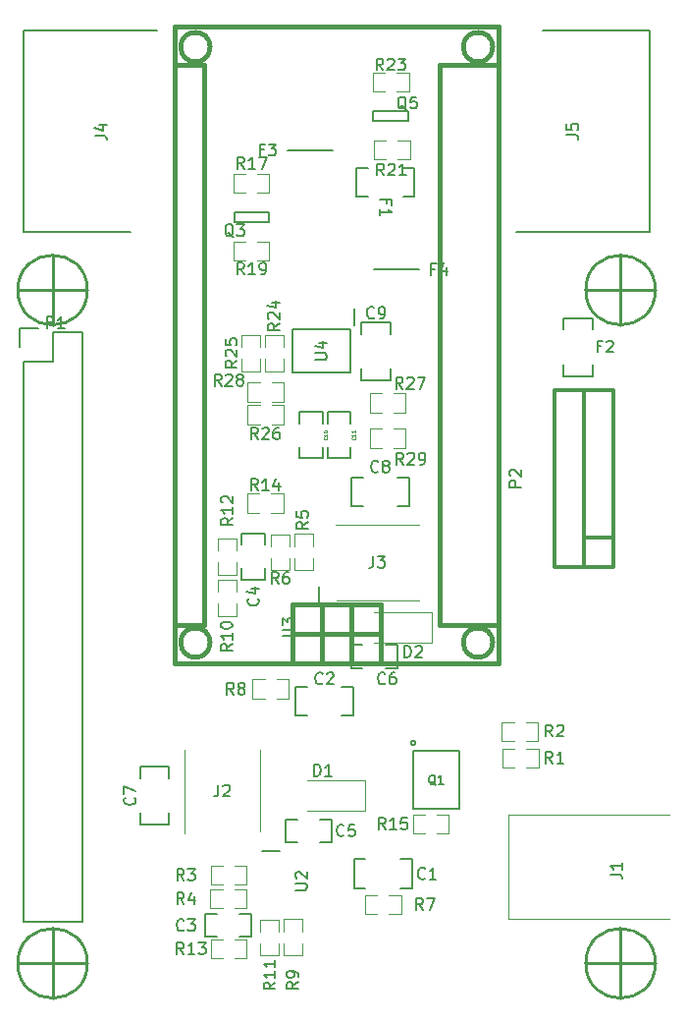
<source format=gbr>
%TF.GenerationSoftware,KiCad,Pcbnew,5.1.10-88a1d61d58~90~ubuntu20.04.1*%
%TF.CreationDate,2021-09-14T14:42:45-03:00*%
%TF.ProjectId,IAuto,49417574-6f2e-46b6-9963-61645f706362,rev?*%
%TF.SameCoordinates,Original*%
%TF.FileFunction,Legend,Top*%
%TF.FilePolarity,Positive*%
%FSLAX46Y46*%
G04 Gerber Fmt 4.6, Leading zero omitted, Abs format (unit mm)*
G04 Created by KiCad (PCBNEW 5.1.10-88a1d61d58~90~ubuntu20.04.1) date 2021-09-14 14:42:45*
%MOMM*%
%LPD*%
G01*
G04 APERTURE LIST*
%ADD10C,0.381000*%
%ADD11C,0.120000*%
%ADD12C,0.200000*%
%ADD13C,0.304800*%
%ADD14C,0.127000*%
%ADD15C,0.099060*%
%ADD16C,0.150000*%
%ADD17C,0.100000*%
%ADD18C,0.254000*%
%ADD19C,0.149860*%
%ADD20C,0.060960*%
G04 APERTURE END LIST*
D10*
%TO.C,U1*%
X145702000Y-89067000D02*
X153322000Y-89067000D01*
X145702000Y-91607000D02*
X153322000Y-91607000D01*
X145702000Y-94147000D02*
X145702000Y-89067000D01*
X153322000Y-89067000D02*
X153322000Y-94147000D01*
X148242000Y-89067000D02*
X148242000Y-94147000D01*
X150782000Y-89067000D02*
X150782000Y-94147000D01*
X135542000Y-94147000D02*
X163482000Y-94147000D01*
X163482000Y-94147000D02*
X163482000Y-39283000D01*
X163482000Y-39283000D02*
X135542000Y-39283000D01*
X135542000Y-39283000D02*
X135542000Y-94147000D01*
X138590000Y-92369000D02*
G75*
G03*
X138590000Y-92369000I-1270000J0D01*
G01*
X162974000Y-92369000D02*
G75*
G03*
X162974000Y-92369000I-1270000J0D01*
G01*
X162974000Y-41061000D02*
G75*
G03*
X162974000Y-41061000I-1270000J0D01*
G01*
X138590000Y-41061000D02*
G75*
G03*
X138590000Y-41061000I-1270000J0D01*
G01*
X135542000Y-90845000D02*
X138082000Y-90845000D01*
X138082000Y-90845000D02*
X138082000Y-42585000D01*
D11*
X138082000Y-42839000D02*
X138082000Y-42585000D01*
D10*
X138082000Y-42585000D02*
X135542000Y-42585000D01*
X163482000Y-42585000D02*
X158402000Y-42585000D01*
X158402000Y-42585000D02*
X158402000Y-90845000D01*
X158402000Y-90845000D02*
X163482000Y-90845000D01*
D12*
%TO.C,J4*%
X131700000Y-57000000D02*
X122500000Y-57000000D01*
X122500000Y-57000000D02*
X122500000Y-39600000D01*
X122500000Y-39600000D02*
X134000000Y-39600000D01*
D13*
%TO.C,P2*%
X168275000Y-85852000D02*
X168275000Y-70612000D01*
X170815000Y-83312000D02*
X173355000Y-83312000D01*
X170815000Y-85852000D02*
X170815000Y-70612000D01*
X170815000Y-70612000D02*
X173355000Y-70612000D01*
X168275000Y-70612000D02*
X170815000Y-70612000D01*
X170815000Y-70612000D02*
X170815000Y-85852000D01*
X170815000Y-85852000D02*
X168275000Y-85852000D01*
X173355000Y-85852000D02*
X170815000Y-85852000D01*
X173355000Y-70612000D02*
X173355000Y-85852000D01*
D14*
%TO.C,Q3*%
X143659600Y-56122000D02*
X140662400Y-56122000D01*
X140662400Y-56122000D02*
X140662400Y-55322000D01*
X140662400Y-55322000D02*
X143659600Y-55322000D01*
X143662400Y-55322000D02*
X143662400Y-56122000D01*
D15*
%TO.C,R17*%
X142670400Y-51975500D02*
X143686400Y-51975500D01*
X143686400Y-51975500D02*
X143686400Y-53626500D01*
X143686400Y-53626500D02*
X142670400Y-53626500D01*
X141654400Y-53626500D02*
X140574900Y-53626500D01*
X140574900Y-53626500D02*
X140574900Y-51975500D01*
X140574900Y-51975500D02*
X141654400Y-51975500D01*
%TO.C,R19*%
X142670400Y-57817500D02*
X143686400Y-57817500D01*
X143686400Y-57817500D02*
X143686400Y-59468500D01*
X143686400Y-59468500D02*
X142670400Y-59468500D01*
X141654400Y-59468500D02*
X140574900Y-59468500D01*
X140574900Y-59468500D02*
X140574900Y-57817500D01*
X140574900Y-57817500D02*
X141654400Y-57817500D01*
D11*
%TO.C,J1*%
X178200000Y-107200000D02*
X164300000Y-107200000D01*
X164300000Y-107200000D02*
X164300000Y-116200000D01*
X164300000Y-116200000D02*
X178200000Y-116200000D01*
D15*
%TO.C,R29*%
X155460700Y-75603100D02*
X154381200Y-75603100D01*
X155460700Y-73952100D02*
X155460700Y-75603100D01*
X154381200Y-73952100D02*
X155460700Y-73952100D01*
X152349200Y-73952100D02*
X153365200Y-73952100D01*
X152349200Y-75603100D02*
X152349200Y-73952100D01*
X153365200Y-75603100D02*
X152349200Y-75603100D01*
%TO.C,R28*%
X141787500Y-69974500D02*
X142867000Y-69974500D01*
X141787500Y-71625500D02*
X141787500Y-69974500D01*
X142867000Y-71625500D02*
X141787500Y-71625500D01*
X144899000Y-71625500D02*
X143883000Y-71625500D01*
X144899000Y-69974500D02*
X144899000Y-71625500D01*
X143883000Y-69974500D02*
X144899000Y-69974500D01*
%TO.C,R27*%
X155462500Y-72525500D02*
X154383000Y-72525500D01*
X155462500Y-70874500D02*
X155462500Y-72525500D01*
X154383000Y-70874500D02*
X155462500Y-70874500D01*
X152351000Y-70874500D02*
X153367000Y-70874500D01*
X152351000Y-72525500D02*
X152351000Y-70874500D01*
X153367000Y-72525500D02*
X152351000Y-72525500D01*
%TO.C,R26*%
X141787500Y-71924500D02*
X142867000Y-71924500D01*
X141787500Y-73575500D02*
X141787500Y-71924500D01*
X142867000Y-73575500D02*
X141787500Y-73575500D01*
X144899000Y-73575500D02*
X143883000Y-73575500D01*
X144899000Y-71924500D02*
X144899000Y-73575500D01*
X143883000Y-71924500D02*
X144899000Y-71924500D01*
D16*
%TO.C,C8*%
X151754000Y-78113000D02*
X150754000Y-78113000D01*
X151754000Y-80613000D02*
X150754000Y-80613000D01*
X154754000Y-80613000D02*
X155754000Y-80613000D01*
X154754000Y-78113000D02*
X155754000Y-78113000D01*
D14*
X155754000Y-80613000D02*
X155754000Y-78113000D01*
X150754000Y-78113000D02*
X150754000Y-80613000D01*
D16*
%TO.C,C7*%
X132531800Y-107062400D02*
X132531800Y-108062400D01*
X135031800Y-107062400D02*
X135031800Y-108062400D01*
X135031800Y-104062400D02*
X135031800Y-103062400D01*
X132531800Y-104062400D02*
X132531800Y-103062400D01*
D14*
X135031800Y-103062400D02*
X132531800Y-103062400D01*
X132531800Y-108062400D02*
X135031800Y-108062400D01*
D16*
%TO.C,C2*%
X149928000Y-98647000D02*
X150928000Y-98647000D01*
X149928000Y-96147000D02*
X150928000Y-96147000D01*
X146928000Y-96147000D02*
X145928000Y-96147000D01*
X146928000Y-98647000D02*
X145928000Y-98647000D01*
D14*
X145928000Y-96147000D02*
X145928000Y-98647000D01*
X150928000Y-98647000D02*
X150928000Y-96147000D01*
D16*
%TO.C,C1*%
X154994000Y-113535000D02*
X155994000Y-113535000D01*
X154994000Y-111035000D02*
X155994000Y-111035000D01*
X151994000Y-111035000D02*
X150994000Y-111035000D01*
X151994000Y-113535000D02*
X150994000Y-113535000D01*
D14*
X150994000Y-111035000D02*
X150994000Y-113535000D01*
X155994000Y-113535000D02*
X155994000Y-111035000D01*
D12*
%TO.C,J5*%
X167300000Y-39600000D02*
X176500000Y-39600000D01*
X176500000Y-39600000D02*
X176500000Y-57000000D01*
X176500000Y-57000000D02*
X165000000Y-57000000D01*
%TO.C,U4*%
X145700000Y-65406000D02*
X150700000Y-65406000D01*
X150700000Y-65406000D02*
X150700000Y-69106000D01*
X145700000Y-69106000D02*
X145700000Y-65406000D01*
X151050000Y-63581000D02*
X151050000Y-65056000D01*
X150700000Y-69106000D02*
X145700000Y-69106000D01*
D17*
%TO.C,J3*%
X156600000Y-82209000D02*
X149400000Y-82209000D01*
X156600000Y-88709000D02*
X149500000Y-88709000D01*
%TO.C,J2*%
X136375600Y-101573000D02*
X136375600Y-108773000D01*
X142875600Y-101573000D02*
X142875600Y-108673000D01*
D12*
%TO.C,U3*%
X148010400Y-87572000D02*
X148010400Y-89097000D01*
%TO.C,U2*%
X143034000Y-110315000D02*
X144559000Y-110315000D01*
D16*
%TO.C,P1*%
X122180000Y-65320000D02*
X122180000Y-66870000D01*
X125000000Y-68140000D02*
X122460000Y-68140000D01*
X125000000Y-65600000D02*
X125000000Y-68140000D01*
X123730000Y-65320000D02*
X122180000Y-65320000D01*
X127540000Y-65600000D02*
X125000000Y-65600000D01*
X127540000Y-116400000D02*
X122460000Y-116400000D01*
X122460000Y-68140000D02*
X122460000Y-116400000D01*
X127540000Y-116400000D02*
X127540000Y-65600000D01*
D18*
%TO.C,J9*%
X177000000Y-120000000D02*
G75*
G03*
X177000000Y-120000000I-3000000J0D01*
G01*
X171000000Y-120000000D02*
X177000000Y-120000000D01*
X174000000Y-117000000D02*
X174000000Y-123000000D01*
%TO.C,J8*%
X128000000Y-120000000D02*
G75*
G03*
X128000000Y-120000000I-3000000J0D01*
G01*
X122000000Y-120000000D02*
X128000000Y-120000000D01*
X125000000Y-117000000D02*
X125000000Y-123000000D01*
%TO.C,J7*%
X128000000Y-62000000D02*
G75*
G03*
X128000000Y-62000000I-3000000J0D01*
G01*
X122000000Y-62000000D02*
X128000000Y-62000000D01*
X125000000Y-59000000D02*
X125000000Y-65000000D01*
%TO.C,J6*%
X177000000Y-62000000D02*
G75*
G03*
X177000000Y-62000000I-3000000J0D01*
G01*
X171000000Y-62000000D02*
X177000000Y-62000000D01*
X174000000Y-59000000D02*
X174000000Y-65000000D01*
D15*
%TO.C,R25*%
X141278500Y-66875000D02*
X141278500Y-65859000D01*
X141278500Y-65859000D02*
X142929500Y-65859000D01*
X142929500Y-65859000D02*
X142929500Y-66875000D01*
X142929500Y-67891000D02*
X142929500Y-68970500D01*
X142929500Y-68970500D02*
X141278500Y-68970500D01*
X141278500Y-68970500D02*
X141278500Y-67891000D01*
%TO.C,R24*%
X143310500Y-66875000D02*
X143310500Y-65859000D01*
X143310500Y-65859000D02*
X144961500Y-65859000D01*
X144961500Y-65859000D02*
X144961500Y-66875000D01*
X144961500Y-67891000D02*
X144961500Y-68970500D01*
X144961500Y-68970500D02*
X143310500Y-68970500D01*
X143310500Y-68970500D02*
X143310500Y-67891000D01*
%TO.C,R23*%
X153654000Y-44917500D02*
X152638000Y-44917500D01*
X152638000Y-44917500D02*
X152638000Y-43266500D01*
X152638000Y-43266500D02*
X153654000Y-43266500D01*
X154670000Y-43266500D02*
X155749500Y-43266500D01*
X155749500Y-43266500D02*
X155749500Y-44917500D01*
X155749500Y-44917500D02*
X154670000Y-44917500D01*
%TO.C,R21*%
X153717500Y-50759500D02*
X152701500Y-50759500D01*
X152701500Y-50759500D02*
X152701500Y-49108500D01*
X152701500Y-49108500D02*
X153717500Y-49108500D01*
X154733500Y-49108500D02*
X155813000Y-49108500D01*
X155813000Y-49108500D02*
X155813000Y-50759500D01*
X155813000Y-50759500D02*
X154733500Y-50759500D01*
%TO.C,R15*%
X157092000Y-108825500D02*
X156076000Y-108825500D01*
X156076000Y-108825500D02*
X156076000Y-107174500D01*
X156076000Y-107174500D02*
X157092000Y-107174500D01*
X158108000Y-107174500D02*
X159187500Y-107174500D01*
X159187500Y-107174500D02*
X159187500Y-108825500D01*
X159187500Y-108825500D02*
X158108000Y-108825500D01*
%TO.C,R14*%
X142842000Y-81175500D02*
X141826000Y-81175500D01*
X141826000Y-81175500D02*
X141826000Y-79524500D01*
X141826000Y-79524500D02*
X142842000Y-79524500D01*
X143858000Y-79524500D02*
X144937500Y-79524500D01*
X144937500Y-79524500D02*
X144937500Y-81175500D01*
X144937500Y-81175500D02*
X143858000Y-81175500D01*
%TO.C,R13*%
X139651000Y-119587500D02*
X138635000Y-119587500D01*
X138635000Y-119587500D02*
X138635000Y-117936500D01*
X138635000Y-117936500D02*
X139651000Y-117936500D01*
X140667000Y-117936500D02*
X141746500Y-117936500D01*
X141746500Y-117936500D02*
X141746500Y-119587500D01*
X141746500Y-119587500D02*
X140667000Y-119587500D01*
%TO.C,R12*%
X139220500Y-84443000D02*
X139220500Y-83427000D01*
X139220500Y-83427000D02*
X140871500Y-83427000D01*
X140871500Y-83427000D02*
X140871500Y-84443000D01*
X140871500Y-85459000D02*
X140871500Y-86538500D01*
X140871500Y-86538500D02*
X139220500Y-86538500D01*
X139220500Y-86538500D02*
X139220500Y-85459000D01*
%TO.C,R11*%
X146572500Y-118254000D02*
X146572500Y-119270000D01*
X146572500Y-119270000D02*
X144921500Y-119270000D01*
X144921500Y-119270000D02*
X144921500Y-118254000D01*
X144921500Y-117238000D02*
X144921500Y-116158500D01*
X144921500Y-116158500D02*
X146572500Y-116158500D01*
X146572500Y-116158500D02*
X146572500Y-117238000D01*
%TO.C,R10*%
X139220500Y-87999000D02*
X139220500Y-86983000D01*
X139220500Y-86983000D02*
X140871500Y-86983000D01*
X140871500Y-86983000D02*
X140871500Y-87999000D01*
X140871500Y-89015000D02*
X140871500Y-90094500D01*
X140871500Y-90094500D02*
X139220500Y-90094500D01*
X139220500Y-90094500D02*
X139220500Y-89015000D01*
%TO.C,R9*%
X142889500Y-117238000D02*
X142889500Y-116222000D01*
X142889500Y-116222000D02*
X144540500Y-116222000D01*
X144540500Y-116222000D02*
X144540500Y-117238000D01*
X144540500Y-118254000D02*
X144540500Y-119333500D01*
X144540500Y-119333500D02*
X142889500Y-119333500D01*
X142889500Y-119333500D02*
X142889500Y-118254000D01*
%TO.C,R8*%
X144310100Y-95542100D02*
X145326100Y-95542100D01*
X145326100Y-95542100D02*
X145326100Y-97193100D01*
X145326100Y-97193100D02*
X144310100Y-97193100D01*
X143294100Y-97193100D02*
X142214600Y-97193100D01*
X142214600Y-97193100D02*
X142214600Y-95542100D01*
X142214600Y-95542100D02*
X143294100Y-95542100D01*
%TO.C,R7*%
X152986000Y-115777500D02*
X151970000Y-115777500D01*
X151970000Y-115777500D02*
X151970000Y-114126500D01*
X151970000Y-114126500D02*
X152986000Y-114126500D01*
X154002000Y-114126500D02*
X155081500Y-114126500D01*
X155081500Y-114126500D02*
X155081500Y-115777500D01*
X155081500Y-115777500D02*
X154002000Y-115777500D01*
%TO.C,R6*%
X147475500Y-85059000D02*
X147475500Y-86075000D01*
X147475500Y-86075000D02*
X145824500Y-86075000D01*
X145824500Y-86075000D02*
X145824500Y-85059000D01*
X145824500Y-84043000D02*
X145824500Y-82963500D01*
X145824500Y-82963500D02*
X147475500Y-82963500D01*
X147475500Y-82963500D02*
X147475500Y-84043000D01*
%TO.C,R5*%
X143792500Y-84043000D02*
X143792500Y-83027000D01*
X143792500Y-83027000D02*
X145443500Y-83027000D01*
X145443500Y-83027000D02*
X145443500Y-84043000D01*
X145443500Y-85059000D02*
X145443500Y-86138500D01*
X145443500Y-86138500D02*
X143792500Y-86138500D01*
X143792500Y-86138500D02*
X143792500Y-85059000D01*
%TO.C,R4*%
X140667000Y-113618500D02*
X141683000Y-113618500D01*
X141683000Y-113618500D02*
X141683000Y-115269500D01*
X141683000Y-115269500D02*
X140667000Y-115269500D01*
X139651000Y-115269500D02*
X138571500Y-115269500D01*
X138571500Y-115269500D02*
X138571500Y-113618500D01*
X138571500Y-113618500D02*
X139651000Y-113618500D01*
%TO.C,R3*%
X139651000Y-113237500D02*
X138635000Y-113237500D01*
X138635000Y-113237500D02*
X138635000Y-111586500D01*
X138635000Y-111586500D02*
X139651000Y-111586500D01*
X140667000Y-111586500D02*
X141746500Y-111586500D01*
X141746500Y-111586500D02*
X141746500Y-113237500D01*
X141746500Y-113237500D02*
X140667000Y-113237500D01*
%TO.C,R2*%
X165849000Y-99203500D02*
X166865000Y-99203500D01*
X166865000Y-99203500D02*
X166865000Y-100854500D01*
X166865000Y-100854500D02*
X165849000Y-100854500D01*
X164833000Y-100854500D02*
X163753500Y-100854500D01*
X163753500Y-100854500D02*
X163753500Y-99203500D01*
X163753500Y-99203500D02*
X164833000Y-99203500D01*
%TO.C,R1*%
X164833000Y-103140500D02*
X163817000Y-103140500D01*
X163817000Y-103140500D02*
X163817000Y-101489500D01*
X163817000Y-101489500D02*
X164833000Y-101489500D01*
X165849000Y-101489500D02*
X166928500Y-101489500D01*
X166928500Y-101489500D02*
X166928500Y-103140500D01*
X166928500Y-103140500D02*
X165849000Y-103140500D01*
D14*
%TO.C,Q5*%
X152664800Y-46613000D02*
X155662000Y-46613000D01*
X155662000Y-46613000D02*
X155662000Y-47413000D01*
X155662000Y-47413000D02*
X152664800Y-47413000D01*
X152662000Y-47413000D02*
X152662000Y-46613000D01*
D16*
%TO.C,Q1*%
X156300000Y-101010000D02*
G75*
G03*
X156300000Y-101010000I-200000J0D01*
G01*
X160100000Y-106710000D02*
X160100000Y-101710000D01*
X156100000Y-101710000D02*
X156100000Y-106710000D01*
X160100000Y-106710000D02*
X156100000Y-106710000D01*
X160100000Y-101710000D02*
X156100000Y-101710000D01*
D12*
%TO.C,F4*%
X152754000Y-60223400D02*
X156618000Y-60223400D01*
%TO.C,F3*%
X145261000Y-49936400D02*
X149125000Y-49936400D01*
D16*
%TO.C,F2*%
X169100000Y-65397000D02*
X169100000Y-64397000D01*
X171600000Y-65397000D02*
X171600000Y-64397000D01*
X171600000Y-64397000D02*
X169100000Y-64397000D01*
X169100000Y-69397000D02*
X171600000Y-69397000D01*
X171600000Y-69397000D02*
X171600000Y-68397000D01*
X169100000Y-68397000D02*
X169100000Y-69397000D01*
%TO.C,F1*%
X155220800Y-51455000D02*
X156220800Y-51455000D01*
X155220800Y-53955000D02*
X156220800Y-53955000D01*
X156220800Y-53955000D02*
X156220800Y-51455000D01*
X151220800Y-51455000D02*
X151220800Y-53955000D01*
X151220800Y-53955000D02*
X152220800Y-53955000D01*
X152220800Y-51455000D02*
X151220800Y-51455000D01*
D11*
%TO.C,D2*%
X157716000Y-92347000D02*
X152716000Y-92347000D01*
X152716000Y-89747000D02*
X157716000Y-89747000D01*
X157716000Y-89747000D02*
X157716000Y-92347000D01*
%TO.C,D1*%
X151987000Y-106854000D02*
X146987000Y-106854000D01*
X146987000Y-104254000D02*
X151987000Y-104254000D01*
X151987000Y-104254000D02*
X151987000Y-106854000D01*
D16*
%TO.C,C11*%
X148724000Y-72495000D02*
X148724000Y-73495000D01*
X150724000Y-72495000D02*
X148724000Y-72495000D01*
X150724000Y-73495000D02*
X150724000Y-72495000D01*
D14*
X150724000Y-75495000D02*
X150724000Y-76495000D01*
X150724000Y-76495000D02*
X148724000Y-76495000D01*
X148724000Y-76495000D02*
X148724000Y-75495000D01*
D16*
%TO.C,C10*%
X146311000Y-72495000D02*
X146311000Y-73495000D01*
X148311000Y-72495000D02*
X146311000Y-72495000D01*
X148311000Y-73495000D02*
X148311000Y-72495000D01*
D14*
X148311000Y-75495000D02*
X148311000Y-76495000D01*
X148311000Y-76495000D02*
X146311000Y-76495000D01*
X146311000Y-76495000D02*
X146311000Y-75495000D01*
D16*
%TO.C,C9*%
X154149000Y-65756000D02*
X154149000Y-64756000D01*
X151649000Y-65756000D02*
X151649000Y-64756000D01*
X151649000Y-68756000D02*
X151649000Y-69756000D01*
X154149000Y-68756000D02*
X154149000Y-69756000D01*
D14*
X151649000Y-69756000D02*
X154149000Y-69756000D01*
X154149000Y-64756000D02*
X151649000Y-64756000D01*
D16*
%TO.C,C6*%
X154746000Y-92587000D02*
X153746000Y-92587000D01*
X154746000Y-94587000D02*
X154746000Y-92587000D01*
X153746000Y-94587000D02*
X154746000Y-94587000D01*
D14*
X151746000Y-94587000D02*
X150746000Y-94587000D01*
X150746000Y-94587000D02*
X150746000Y-92587000D01*
X150746000Y-92587000D02*
X151746000Y-92587000D01*
D16*
%TO.C,C5*%
X145080500Y-109602000D02*
X146080500Y-109602000D01*
X145080500Y-107602000D02*
X145080500Y-109602000D01*
X146080500Y-107602000D02*
X145080500Y-107602000D01*
D14*
X148080500Y-107602000D02*
X149080500Y-107602000D01*
X149080500Y-107602000D02*
X149080500Y-109602000D01*
X149080500Y-109602000D02*
X148080500Y-109602000D01*
D16*
%TO.C,C4*%
X143332000Y-86951000D02*
X143332000Y-85951000D01*
X141332000Y-86951000D02*
X143332000Y-86951000D01*
X141332000Y-85951000D02*
X141332000Y-86951000D01*
D14*
X141332000Y-83951000D02*
X141332000Y-82951000D01*
X141332000Y-82951000D02*
X143332000Y-82951000D01*
X143332000Y-82951000D02*
X143332000Y-83951000D01*
D16*
%TO.C,C3*%
X142159000Y-115730000D02*
X141159000Y-115730000D01*
X142159000Y-117730000D02*
X142159000Y-115730000D01*
X141159000Y-117730000D02*
X142159000Y-117730000D01*
D14*
X139159000Y-117730000D02*
X138159000Y-117730000D01*
X138159000Y-117730000D02*
X138159000Y-115730000D01*
X138159000Y-115730000D02*
X139159000Y-115730000D01*
%TO.C,J4*%
D16*
X128652380Y-48683333D02*
X129366666Y-48683333D01*
X129509523Y-48730952D01*
X129604761Y-48826190D01*
X129652380Y-48969047D01*
X129652380Y-49064285D01*
X128985714Y-47778571D02*
X129652380Y-47778571D01*
X128604761Y-48016666D02*
X129319047Y-48254761D01*
X129319047Y-47635714D01*
%TO.C,P2*%
X165417380Y-78970095D02*
X164417380Y-78970095D01*
X164417380Y-78589142D01*
X164465000Y-78493904D01*
X164512619Y-78446285D01*
X164607857Y-78398666D01*
X164750714Y-78398666D01*
X164845952Y-78446285D01*
X164893571Y-78493904D01*
X164941190Y-78589142D01*
X164941190Y-78970095D01*
X164512619Y-78017714D02*
X164465000Y-77970095D01*
X164417380Y-77874857D01*
X164417380Y-77636761D01*
X164465000Y-77541523D01*
X164512619Y-77493904D01*
X164607857Y-77446285D01*
X164703095Y-77446285D01*
X164845952Y-77493904D01*
X165417380Y-78065333D01*
X165417380Y-77446285D01*
%TO.C,Q3*%
X140612161Y-57433619D02*
X140516923Y-57386000D01*
X140421685Y-57290761D01*
X140278828Y-57147904D01*
X140183590Y-57100285D01*
X140088352Y-57100285D01*
X140135971Y-57338380D02*
X140040733Y-57290761D01*
X139945495Y-57195523D01*
X139897876Y-57005047D01*
X139897876Y-56671714D01*
X139945495Y-56481238D01*
X140040733Y-56386000D01*
X140135971Y-56338380D01*
X140326447Y-56338380D01*
X140421685Y-56386000D01*
X140516923Y-56481238D01*
X140564542Y-56671714D01*
X140564542Y-57005047D01*
X140516923Y-57195523D01*
X140421685Y-57290761D01*
X140326447Y-57338380D01*
X140135971Y-57338380D01*
X140897876Y-56338380D02*
X141516923Y-56338380D01*
X141183590Y-56719333D01*
X141326447Y-56719333D01*
X141421685Y-56766952D01*
X141469304Y-56814571D01*
X141516923Y-56909809D01*
X141516923Y-57147904D01*
X141469304Y-57243142D01*
X141421685Y-57290761D01*
X141326447Y-57338380D01*
X141040733Y-57338380D01*
X140945495Y-57290761D01*
X140897876Y-57243142D01*
%TO.C,R17*%
X141514542Y-51538380D02*
X141181209Y-51062190D01*
X140943114Y-51538380D02*
X140943114Y-50538380D01*
X141324066Y-50538380D01*
X141419304Y-50586000D01*
X141466923Y-50633619D01*
X141514542Y-50728857D01*
X141514542Y-50871714D01*
X141466923Y-50966952D01*
X141419304Y-51014571D01*
X141324066Y-51062190D01*
X140943114Y-51062190D01*
X142466923Y-51538380D02*
X141895495Y-51538380D01*
X142181209Y-51538380D02*
X142181209Y-50538380D01*
X142085971Y-50681238D01*
X141990733Y-50776476D01*
X141895495Y-50824095D01*
X142800257Y-50538380D02*
X143466923Y-50538380D01*
X143038352Y-51538380D01*
%TO.C,R19*%
X141519542Y-60638380D02*
X141186209Y-60162190D01*
X140948114Y-60638380D02*
X140948114Y-59638380D01*
X141329066Y-59638380D01*
X141424304Y-59686000D01*
X141471923Y-59733619D01*
X141519542Y-59828857D01*
X141519542Y-59971714D01*
X141471923Y-60066952D01*
X141424304Y-60114571D01*
X141329066Y-60162190D01*
X140948114Y-60162190D01*
X142471923Y-60638380D02*
X141900495Y-60638380D01*
X142186209Y-60638380D02*
X142186209Y-59638380D01*
X142090971Y-59781238D01*
X141995733Y-59876476D01*
X141900495Y-59924095D01*
X142948114Y-60638380D02*
X143138590Y-60638380D01*
X143233828Y-60590761D01*
X143281447Y-60543142D01*
X143376685Y-60400285D01*
X143424304Y-60209809D01*
X143424304Y-59828857D01*
X143376685Y-59733619D01*
X143329066Y-59686000D01*
X143233828Y-59638380D01*
X143043352Y-59638380D01*
X142948114Y-59686000D01*
X142900495Y-59733619D01*
X142852876Y-59828857D01*
X142852876Y-60066952D01*
X142900495Y-60162190D01*
X142948114Y-60209809D01*
X143043352Y-60257428D01*
X143233828Y-60257428D01*
X143329066Y-60209809D01*
X143376685Y-60162190D01*
X143424304Y-60066952D01*
%TO.C,J1*%
X173102380Y-112333333D02*
X173816666Y-112333333D01*
X173959523Y-112380952D01*
X174054761Y-112476190D01*
X174102380Y-112619047D01*
X174102380Y-112714285D01*
X174102380Y-111333333D02*
X174102380Y-111904761D01*
X174102380Y-111619047D02*
X173102380Y-111619047D01*
X173245238Y-111714285D01*
X173340476Y-111809523D01*
X173388095Y-111904761D01*
%TO.C,R29*%
X155255342Y-77029980D02*
X154922009Y-76553790D01*
X154683914Y-77029980D02*
X154683914Y-76029980D01*
X155064866Y-76029980D01*
X155160104Y-76077600D01*
X155207723Y-76125219D01*
X155255342Y-76220457D01*
X155255342Y-76363314D01*
X155207723Y-76458552D01*
X155160104Y-76506171D01*
X155064866Y-76553790D01*
X154683914Y-76553790D01*
X155636295Y-76125219D02*
X155683914Y-76077600D01*
X155779152Y-76029980D01*
X156017247Y-76029980D01*
X156112485Y-76077600D01*
X156160104Y-76125219D01*
X156207723Y-76220457D01*
X156207723Y-76315695D01*
X156160104Y-76458552D01*
X155588676Y-77029980D01*
X156207723Y-77029980D01*
X156683914Y-77029980D02*
X156874390Y-77029980D01*
X156969628Y-76982361D01*
X157017247Y-76934742D01*
X157112485Y-76791885D01*
X157160104Y-76601409D01*
X157160104Y-76220457D01*
X157112485Y-76125219D01*
X157064866Y-76077600D01*
X156969628Y-76029980D01*
X156779152Y-76029980D01*
X156683914Y-76077600D01*
X156636295Y-76125219D01*
X156588676Y-76220457D01*
X156588676Y-76458552D01*
X156636295Y-76553790D01*
X156683914Y-76601409D01*
X156779152Y-76649028D01*
X156969628Y-76649028D01*
X157064866Y-76601409D01*
X157112485Y-76553790D01*
X157160104Y-76458552D01*
%TO.C,R28*%
X139557142Y-70252380D02*
X139223809Y-69776190D01*
X138985714Y-70252380D02*
X138985714Y-69252380D01*
X139366666Y-69252380D01*
X139461904Y-69300000D01*
X139509523Y-69347619D01*
X139557142Y-69442857D01*
X139557142Y-69585714D01*
X139509523Y-69680952D01*
X139461904Y-69728571D01*
X139366666Y-69776190D01*
X138985714Y-69776190D01*
X139938095Y-69347619D02*
X139985714Y-69300000D01*
X140080952Y-69252380D01*
X140319047Y-69252380D01*
X140414285Y-69300000D01*
X140461904Y-69347619D01*
X140509523Y-69442857D01*
X140509523Y-69538095D01*
X140461904Y-69680952D01*
X139890476Y-70252380D01*
X140509523Y-70252380D01*
X141080952Y-69680952D02*
X140985714Y-69633333D01*
X140938095Y-69585714D01*
X140890476Y-69490476D01*
X140890476Y-69442857D01*
X140938095Y-69347619D01*
X140985714Y-69300000D01*
X141080952Y-69252380D01*
X141271428Y-69252380D01*
X141366666Y-69300000D01*
X141414285Y-69347619D01*
X141461904Y-69442857D01*
X141461904Y-69490476D01*
X141414285Y-69585714D01*
X141366666Y-69633333D01*
X141271428Y-69680952D01*
X141080952Y-69680952D01*
X140985714Y-69728571D01*
X140938095Y-69776190D01*
X140890476Y-69871428D01*
X140890476Y-70061904D01*
X140938095Y-70157142D01*
X140985714Y-70204761D01*
X141080952Y-70252380D01*
X141271428Y-70252380D01*
X141366666Y-70204761D01*
X141414285Y-70157142D01*
X141461904Y-70061904D01*
X141461904Y-69871428D01*
X141414285Y-69776190D01*
X141366666Y-69728571D01*
X141271428Y-69680952D01*
%TO.C,R27*%
X155207142Y-70502380D02*
X154873809Y-70026190D01*
X154635714Y-70502380D02*
X154635714Y-69502380D01*
X155016666Y-69502380D01*
X155111904Y-69550000D01*
X155159523Y-69597619D01*
X155207142Y-69692857D01*
X155207142Y-69835714D01*
X155159523Y-69930952D01*
X155111904Y-69978571D01*
X155016666Y-70026190D01*
X154635714Y-70026190D01*
X155588095Y-69597619D02*
X155635714Y-69550000D01*
X155730952Y-69502380D01*
X155969047Y-69502380D01*
X156064285Y-69550000D01*
X156111904Y-69597619D01*
X156159523Y-69692857D01*
X156159523Y-69788095D01*
X156111904Y-69930952D01*
X155540476Y-70502380D01*
X156159523Y-70502380D01*
X156492857Y-69502380D02*
X157159523Y-69502380D01*
X156730952Y-70502380D01*
%TO.C,R26*%
X142707142Y-74852380D02*
X142373809Y-74376190D01*
X142135714Y-74852380D02*
X142135714Y-73852380D01*
X142516666Y-73852380D01*
X142611904Y-73900000D01*
X142659523Y-73947619D01*
X142707142Y-74042857D01*
X142707142Y-74185714D01*
X142659523Y-74280952D01*
X142611904Y-74328571D01*
X142516666Y-74376190D01*
X142135714Y-74376190D01*
X143088095Y-73947619D02*
X143135714Y-73900000D01*
X143230952Y-73852380D01*
X143469047Y-73852380D01*
X143564285Y-73900000D01*
X143611904Y-73947619D01*
X143659523Y-74042857D01*
X143659523Y-74138095D01*
X143611904Y-74280952D01*
X143040476Y-74852380D01*
X143659523Y-74852380D01*
X144516666Y-73852380D02*
X144326190Y-73852380D01*
X144230952Y-73900000D01*
X144183333Y-73947619D01*
X144088095Y-74090476D01*
X144040476Y-74280952D01*
X144040476Y-74661904D01*
X144088095Y-74757142D01*
X144135714Y-74804761D01*
X144230952Y-74852380D01*
X144421428Y-74852380D01*
X144516666Y-74804761D01*
X144564285Y-74757142D01*
X144611904Y-74661904D01*
X144611904Y-74423809D01*
X144564285Y-74328571D01*
X144516666Y-74280952D01*
X144421428Y-74233333D01*
X144230952Y-74233333D01*
X144135714Y-74280952D01*
X144088095Y-74328571D01*
X144040476Y-74423809D01*
%TO.C,C8*%
X153083333Y-77607142D02*
X153035714Y-77654761D01*
X152892857Y-77702380D01*
X152797619Y-77702380D01*
X152654761Y-77654761D01*
X152559523Y-77559523D01*
X152511904Y-77464285D01*
X152464285Y-77273809D01*
X152464285Y-77130952D01*
X152511904Y-76940476D01*
X152559523Y-76845238D01*
X152654761Y-76750000D01*
X152797619Y-76702380D01*
X152892857Y-76702380D01*
X153035714Y-76750000D01*
X153083333Y-76797619D01*
X153654761Y-77130952D02*
X153559523Y-77083333D01*
X153511904Y-77035714D01*
X153464285Y-76940476D01*
X153464285Y-76892857D01*
X153511904Y-76797619D01*
X153559523Y-76750000D01*
X153654761Y-76702380D01*
X153845238Y-76702380D01*
X153940476Y-76750000D01*
X153988095Y-76797619D01*
X154035714Y-76892857D01*
X154035714Y-76940476D01*
X153988095Y-77035714D01*
X153940476Y-77083333D01*
X153845238Y-77130952D01*
X153654761Y-77130952D01*
X153559523Y-77178571D01*
X153511904Y-77226190D01*
X153464285Y-77321428D01*
X153464285Y-77511904D01*
X153511904Y-77607142D01*
X153559523Y-77654761D01*
X153654761Y-77702380D01*
X153845238Y-77702380D01*
X153940476Y-77654761D01*
X153988095Y-77607142D01*
X154035714Y-77511904D01*
X154035714Y-77321428D01*
X153988095Y-77226190D01*
X153940476Y-77178571D01*
X153845238Y-77130952D01*
%TO.C,C7*%
X132071942Y-105717066D02*
X132119561Y-105764685D01*
X132167180Y-105907542D01*
X132167180Y-106002780D01*
X132119561Y-106145638D01*
X132024323Y-106240876D01*
X131929085Y-106288495D01*
X131738609Y-106336114D01*
X131595752Y-106336114D01*
X131405276Y-106288495D01*
X131310038Y-106240876D01*
X131214800Y-106145638D01*
X131167180Y-106002780D01*
X131167180Y-105907542D01*
X131214800Y-105764685D01*
X131262419Y-105717066D01*
X131167180Y-105383733D02*
X131167180Y-104717066D01*
X132167180Y-105145638D01*
%TO.C,C2*%
X148283333Y-95857142D02*
X148235714Y-95904761D01*
X148092857Y-95952380D01*
X147997619Y-95952380D01*
X147854761Y-95904761D01*
X147759523Y-95809523D01*
X147711904Y-95714285D01*
X147664285Y-95523809D01*
X147664285Y-95380952D01*
X147711904Y-95190476D01*
X147759523Y-95095238D01*
X147854761Y-95000000D01*
X147997619Y-94952380D01*
X148092857Y-94952380D01*
X148235714Y-95000000D01*
X148283333Y-95047619D01*
X148664285Y-95047619D02*
X148711904Y-95000000D01*
X148807142Y-94952380D01*
X149045238Y-94952380D01*
X149140476Y-95000000D01*
X149188095Y-95047619D01*
X149235714Y-95142857D01*
X149235714Y-95238095D01*
X149188095Y-95380952D01*
X148616666Y-95952380D01*
X149235714Y-95952380D01*
%TO.C,C1*%
X157133333Y-112657142D02*
X157085714Y-112704761D01*
X156942857Y-112752380D01*
X156847619Y-112752380D01*
X156704761Y-112704761D01*
X156609523Y-112609523D01*
X156561904Y-112514285D01*
X156514285Y-112323809D01*
X156514285Y-112180952D01*
X156561904Y-111990476D01*
X156609523Y-111895238D01*
X156704761Y-111800000D01*
X156847619Y-111752380D01*
X156942857Y-111752380D01*
X157085714Y-111800000D01*
X157133333Y-111847619D01*
X158085714Y-112752380D02*
X157514285Y-112752380D01*
X157800000Y-112752380D02*
X157800000Y-111752380D01*
X157704761Y-111895238D01*
X157609523Y-111990476D01*
X157514285Y-112038095D01*
%TO.C,J5*%
X169352380Y-48633333D02*
X170066666Y-48633333D01*
X170209523Y-48680952D01*
X170304761Y-48776190D01*
X170352380Y-48919047D01*
X170352380Y-49014285D01*
X169352380Y-47680952D02*
X169352380Y-48157142D01*
X169828571Y-48204761D01*
X169780952Y-48157142D01*
X169733333Y-48061904D01*
X169733333Y-47823809D01*
X169780952Y-47728571D01*
X169828571Y-47680952D01*
X169923809Y-47633333D01*
X170161904Y-47633333D01*
X170257142Y-47680952D01*
X170304761Y-47728571D01*
X170352380Y-47823809D01*
X170352380Y-48061904D01*
X170304761Y-48157142D01*
X170257142Y-48204761D01*
%TO.C,U4*%
X147652380Y-68011904D02*
X148461904Y-68011904D01*
X148557142Y-67964285D01*
X148604761Y-67916666D01*
X148652380Y-67821428D01*
X148652380Y-67630952D01*
X148604761Y-67535714D01*
X148557142Y-67488095D01*
X148461904Y-67440476D01*
X147652380Y-67440476D01*
X147985714Y-66535714D02*
X148652380Y-66535714D01*
X147604761Y-66773809D02*
X148319047Y-67011904D01*
X148319047Y-66392857D01*
%TO.C,J3*%
X152666666Y-84911380D02*
X152666666Y-85625666D01*
X152619047Y-85768523D01*
X152523809Y-85863761D01*
X152380952Y-85911380D01*
X152285714Y-85911380D01*
X153047619Y-84911380D02*
X153666666Y-84911380D01*
X153333333Y-85292333D01*
X153476190Y-85292333D01*
X153571428Y-85339952D01*
X153619047Y-85387571D01*
X153666666Y-85482809D01*
X153666666Y-85720904D01*
X153619047Y-85816142D01*
X153571428Y-85863761D01*
X153476190Y-85911380D01*
X153190476Y-85911380D01*
X153095238Y-85863761D01*
X153047619Y-85816142D01*
%TO.C,J2*%
X139292266Y-104625380D02*
X139292266Y-105339666D01*
X139244647Y-105482523D01*
X139149409Y-105577761D01*
X139006552Y-105625380D01*
X138911314Y-105625380D01*
X139720838Y-104720619D02*
X139768457Y-104673000D01*
X139863695Y-104625380D01*
X140101790Y-104625380D01*
X140197028Y-104673000D01*
X140244647Y-104720619D01*
X140292266Y-104815857D01*
X140292266Y-104911095D01*
X140244647Y-105053952D01*
X139673219Y-105625380D01*
X140292266Y-105625380D01*
%TO.C,U3*%
X144857780Y-91808904D02*
X145667304Y-91808904D01*
X145762542Y-91761285D01*
X145810161Y-91713666D01*
X145857780Y-91618428D01*
X145857780Y-91427952D01*
X145810161Y-91332714D01*
X145762542Y-91285095D01*
X145667304Y-91237476D01*
X144857780Y-91237476D01*
X144857780Y-90856523D02*
X144857780Y-90237476D01*
X145238733Y-90570809D01*
X145238733Y-90427952D01*
X145286352Y-90332714D01*
X145333971Y-90285095D01*
X145429209Y-90237476D01*
X145667304Y-90237476D01*
X145762542Y-90285095D01*
X145810161Y-90332714D01*
X145857780Y-90427952D01*
X145857780Y-90713666D01*
X145810161Y-90808904D01*
X145762542Y-90856523D01*
%TO.C,U2*%
X145961380Y-113681904D02*
X146770904Y-113681904D01*
X146866142Y-113634285D01*
X146913761Y-113586666D01*
X146961380Y-113491428D01*
X146961380Y-113300952D01*
X146913761Y-113205714D01*
X146866142Y-113158095D01*
X146770904Y-113110476D01*
X145961380Y-113110476D01*
X146056619Y-112681904D02*
X146009000Y-112634285D01*
X145961380Y-112539047D01*
X145961380Y-112300952D01*
X146009000Y-112205714D01*
X146056619Y-112158095D01*
X146151857Y-112110476D01*
X146247095Y-112110476D01*
X146389952Y-112158095D01*
X146961380Y-112729523D01*
X146961380Y-112110476D01*
%TO.C,P1*%
X124515904Y-65290380D02*
X124515904Y-64290380D01*
X124896857Y-64290380D01*
X124992095Y-64338000D01*
X125039714Y-64385619D01*
X125087333Y-64480857D01*
X125087333Y-64623714D01*
X125039714Y-64718952D01*
X124992095Y-64766571D01*
X124896857Y-64814190D01*
X124515904Y-64814190D01*
X126039714Y-65290380D02*
X125468285Y-65290380D01*
X125754000Y-65290380D02*
X125754000Y-64290380D01*
X125658761Y-64433238D01*
X125563523Y-64528476D01*
X125468285Y-64576095D01*
%TO.C,R25*%
X140902380Y-68069857D02*
X140426190Y-68403190D01*
X140902380Y-68641285D02*
X139902380Y-68641285D01*
X139902380Y-68260333D01*
X139950000Y-68165095D01*
X139997619Y-68117476D01*
X140092857Y-68069857D01*
X140235714Y-68069857D01*
X140330952Y-68117476D01*
X140378571Y-68165095D01*
X140426190Y-68260333D01*
X140426190Y-68641285D01*
X139997619Y-67688904D02*
X139950000Y-67641285D01*
X139902380Y-67546047D01*
X139902380Y-67307952D01*
X139950000Y-67212714D01*
X139997619Y-67165095D01*
X140092857Y-67117476D01*
X140188095Y-67117476D01*
X140330952Y-67165095D01*
X140902380Y-67736523D01*
X140902380Y-67117476D01*
X139902380Y-66212714D02*
X139902380Y-66688904D01*
X140378571Y-66736523D01*
X140330952Y-66688904D01*
X140283333Y-66593666D01*
X140283333Y-66355571D01*
X140330952Y-66260333D01*
X140378571Y-66212714D01*
X140473809Y-66165095D01*
X140711904Y-66165095D01*
X140807142Y-66212714D01*
X140854761Y-66260333D01*
X140902380Y-66355571D01*
X140902380Y-66593666D01*
X140854761Y-66688904D01*
X140807142Y-66736523D01*
%TO.C,R24*%
X144552380Y-64869857D02*
X144076190Y-65203190D01*
X144552380Y-65441285D02*
X143552380Y-65441285D01*
X143552380Y-65060333D01*
X143600000Y-64965095D01*
X143647619Y-64917476D01*
X143742857Y-64869857D01*
X143885714Y-64869857D01*
X143980952Y-64917476D01*
X144028571Y-64965095D01*
X144076190Y-65060333D01*
X144076190Y-65441285D01*
X143647619Y-64488904D02*
X143600000Y-64441285D01*
X143552380Y-64346047D01*
X143552380Y-64107952D01*
X143600000Y-64012714D01*
X143647619Y-63965095D01*
X143742857Y-63917476D01*
X143838095Y-63917476D01*
X143980952Y-63965095D01*
X144552380Y-64536523D01*
X144552380Y-63917476D01*
X143885714Y-63060333D02*
X144552380Y-63060333D01*
X143504761Y-63298428D02*
X144219047Y-63536523D01*
X144219047Y-62917476D01*
%TO.C,R23*%
X153517142Y-43059380D02*
X153183809Y-42583190D01*
X152945714Y-43059380D02*
X152945714Y-42059380D01*
X153326666Y-42059380D01*
X153421904Y-42107000D01*
X153469523Y-42154619D01*
X153517142Y-42249857D01*
X153517142Y-42392714D01*
X153469523Y-42487952D01*
X153421904Y-42535571D01*
X153326666Y-42583190D01*
X152945714Y-42583190D01*
X153898095Y-42154619D02*
X153945714Y-42107000D01*
X154040952Y-42059380D01*
X154279047Y-42059380D01*
X154374285Y-42107000D01*
X154421904Y-42154619D01*
X154469523Y-42249857D01*
X154469523Y-42345095D01*
X154421904Y-42487952D01*
X153850476Y-43059380D01*
X154469523Y-43059380D01*
X154802857Y-42059380D02*
X155421904Y-42059380D01*
X155088571Y-42440333D01*
X155231428Y-42440333D01*
X155326666Y-42487952D01*
X155374285Y-42535571D01*
X155421904Y-42630809D01*
X155421904Y-42868904D01*
X155374285Y-42964142D01*
X155326666Y-43011761D01*
X155231428Y-43059380D01*
X154945714Y-43059380D01*
X154850476Y-43011761D01*
X154802857Y-42964142D01*
%TO.C,R21*%
X153582642Y-52109380D02*
X153249309Y-51633190D01*
X153011214Y-52109380D02*
X153011214Y-51109380D01*
X153392166Y-51109380D01*
X153487404Y-51157000D01*
X153535023Y-51204619D01*
X153582642Y-51299857D01*
X153582642Y-51442714D01*
X153535023Y-51537952D01*
X153487404Y-51585571D01*
X153392166Y-51633190D01*
X153011214Y-51633190D01*
X153963595Y-51204619D02*
X154011214Y-51157000D01*
X154106452Y-51109380D01*
X154344547Y-51109380D01*
X154439785Y-51157000D01*
X154487404Y-51204619D01*
X154535023Y-51299857D01*
X154535023Y-51395095D01*
X154487404Y-51537952D01*
X153915976Y-52109380D01*
X154535023Y-52109380D01*
X155487404Y-52109380D02*
X154915976Y-52109380D01*
X155201690Y-52109380D02*
X155201690Y-51109380D01*
X155106452Y-51252238D01*
X155011214Y-51347476D01*
X154915976Y-51395095D01*
%TO.C,R15*%
X153707142Y-108452380D02*
X153373809Y-107976190D01*
X153135714Y-108452380D02*
X153135714Y-107452380D01*
X153516666Y-107452380D01*
X153611904Y-107500000D01*
X153659523Y-107547619D01*
X153707142Y-107642857D01*
X153707142Y-107785714D01*
X153659523Y-107880952D01*
X153611904Y-107928571D01*
X153516666Y-107976190D01*
X153135714Y-107976190D01*
X154659523Y-108452380D02*
X154088095Y-108452380D01*
X154373809Y-108452380D02*
X154373809Y-107452380D01*
X154278571Y-107595238D01*
X154183333Y-107690476D01*
X154088095Y-107738095D01*
X155564285Y-107452380D02*
X155088095Y-107452380D01*
X155040476Y-107928571D01*
X155088095Y-107880952D01*
X155183333Y-107833333D01*
X155421428Y-107833333D01*
X155516666Y-107880952D01*
X155564285Y-107928571D01*
X155611904Y-108023809D01*
X155611904Y-108261904D01*
X155564285Y-108357142D01*
X155516666Y-108404761D01*
X155421428Y-108452380D01*
X155183333Y-108452380D01*
X155088095Y-108404761D01*
X155040476Y-108357142D01*
%TO.C,R14*%
X142707142Y-79252380D02*
X142373809Y-78776190D01*
X142135714Y-79252380D02*
X142135714Y-78252380D01*
X142516666Y-78252380D01*
X142611904Y-78300000D01*
X142659523Y-78347619D01*
X142707142Y-78442857D01*
X142707142Y-78585714D01*
X142659523Y-78680952D01*
X142611904Y-78728571D01*
X142516666Y-78776190D01*
X142135714Y-78776190D01*
X143659523Y-79252380D02*
X143088095Y-79252380D01*
X143373809Y-79252380D02*
X143373809Y-78252380D01*
X143278571Y-78395238D01*
X143183333Y-78490476D01*
X143088095Y-78538095D01*
X144516666Y-78585714D02*
X144516666Y-79252380D01*
X144278571Y-78204761D02*
X144040476Y-78919047D01*
X144659523Y-78919047D01*
%TO.C,R13*%
X136307142Y-119202380D02*
X135973809Y-118726190D01*
X135735714Y-119202380D02*
X135735714Y-118202380D01*
X136116666Y-118202380D01*
X136211904Y-118250000D01*
X136259523Y-118297619D01*
X136307142Y-118392857D01*
X136307142Y-118535714D01*
X136259523Y-118630952D01*
X136211904Y-118678571D01*
X136116666Y-118726190D01*
X135735714Y-118726190D01*
X137259523Y-119202380D02*
X136688095Y-119202380D01*
X136973809Y-119202380D02*
X136973809Y-118202380D01*
X136878571Y-118345238D01*
X136783333Y-118440476D01*
X136688095Y-118488095D01*
X137592857Y-118202380D02*
X138211904Y-118202380D01*
X137878571Y-118583333D01*
X138021428Y-118583333D01*
X138116666Y-118630952D01*
X138164285Y-118678571D01*
X138211904Y-118773809D01*
X138211904Y-119011904D01*
X138164285Y-119107142D01*
X138116666Y-119154761D01*
X138021428Y-119202380D01*
X137735714Y-119202380D01*
X137640476Y-119154761D01*
X137592857Y-119107142D01*
%TO.C,R12*%
X140552380Y-81642857D02*
X140076190Y-81976190D01*
X140552380Y-82214285D02*
X139552380Y-82214285D01*
X139552380Y-81833333D01*
X139600000Y-81738095D01*
X139647619Y-81690476D01*
X139742857Y-81642857D01*
X139885714Y-81642857D01*
X139980952Y-81690476D01*
X140028571Y-81738095D01*
X140076190Y-81833333D01*
X140076190Y-82214285D01*
X140552380Y-80690476D02*
X140552380Y-81261904D01*
X140552380Y-80976190D02*
X139552380Y-80976190D01*
X139695238Y-81071428D01*
X139790476Y-81166666D01*
X139838095Y-81261904D01*
X139647619Y-80309523D02*
X139600000Y-80261904D01*
X139552380Y-80166666D01*
X139552380Y-79928571D01*
X139600000Y-79833333D01*
X139647619Y-79785714D01*
X139742857Y-79738095D01*
X139838095Y-79738095D01*
X139980952Y-79785714D01*
X140552380Y-80357142D01*
X140552380Y-79738095D01*
%TO.C,R11*%
X144202380Y-121642857D02*
X143726190Y-121976190D01*
X144202380Y-122214285D02*
X143202380Y-122214285D01*
X143202380Y-121833333D01*
X143250000Y-121738095D01*
X143297619Y-121690476D01*
X143392857Y-121642857D01*
X143535714Y-121642857D01*
X143630952Y-121690476D01*
X143678571Y-121738095D01*
X143726190Y-121833333D01*
X143726190Y-122214285D01*
X144202380Y-120690476D02*
X144202380Y-121261904D01*
X144202380Y-120976190D02*
X143202380Y-120976190D01*
X143345238Y-121071428D01*
X143440476Y-121166666D01*
X143488095Y-121261904D01*
X144202380Y-119738095D02*
X144202380Y-120309523D01*
X144202380Y-120023809D02*
X143202380Y-120023809D01*
X143345238Y-120119047D01*
X143440476Y-120214285D01*
X143488095Y-120309523D01*
%TO.C,R10*%
X140502380Y-92492857D02*
X140026190Y-92826190D01*
X140502380Y-93064285D02*
X139502380Y-93064285D01*
X139502380Y-92683333D01*
X139550000Y-92588095D01*
X139597619Y-92540476D01*
X139692857Y-92492857D01*
X139835714Y-92492857D01*
X139930952Y-92540476D01*
X139978571Y-92588095D01*
X140026190Y-92683333D01*
X140026190Y-93064285D01*
X140502380Y-91540476D02*
X140502380Y-92111904D01*
X140502380Y-91826190D02*
X139502380Y-91826190D01*
X139645238Y-91921428D01*
X139740476Y-92016666D01*
X139788095Y-92111904D01*
X139502380Y-90921428D02*
X139502380Y-90826190D01*
X139550000Y-90730952D01*
X139597619Y-90683333D01*
X139692857Y-90635714D01*
X139883333Y-90588095D01*
X140121428Y-90588095D01*
X140311904Y-90635714D01*
X140407142Y-90683333D01*
X140454761Y-90730952D01*
X140502380Y-90826190D01*
X140502380Y-90921428D01*
X140454761Y-91016666D01*
X140407142Y-91064285D01*
X140311904Y-91111904D01*
X140121428Y-91159523D01*
X139883333Y-91159523D01*
X139692857Y-91111904D01*
X139597619Y-91064285D01*
X139550000Y-91016666D01*
X139502380Y-90921428D01*
%TO.C,R9*%
X146202380Y-121616666D02*
X145726190Y-121950000D01*
X146202380Y-122188095D02*
X145202380Y-122188095D01*
X145202380Y-121807142D01*
X145250000Y-121711904D01*
X145297619Y-121664285D01*
X145392857Y-121616666D01*
X145535714Y-121616666D01*
X145630952Y-121664285D01*
X145678571Y-121711904D01*
X145726190Y-121807142D01*
X145726190Y-122188095D01*
X146202380Y-121140476D02*
X146202380Y-120950000D01*
X146154761Y-120854761D01*
X146107142Y-120807142D01*
X145964285Y-120711904D01*
X145773809Y-120664285D01*
X145392857Y-120664285D01*
X145297619Y-120711904D01*
X145250000Y-120759523D01*
X145202380Y-120854761D01*
X145202380Y-121045238D01*
X145250000Y-121140476D01*
X145297619Y-121188095D01*
X145392857Y-121235714D01*
X145630952Y-121235714D01*
X145726190Y-121188095D01*
X145773809Y-121140476D01*
X145821428Y-121045238D01*
X145821428Y-120854761D01*
X145773809Y-120759523D01*
X145726190Y-120711904D01*
X145630952Y-120664285D01*
%TO.C,R8*%
X140625433Y-96838980D02*
X140292100Y-96362790D01*
X140054004Y-96838980D02*
X140054004Y-95838980D01*
X140434957Y-95838980D01*
X140530195Y-95886600D01*
X140577814Y-95934219D01*
X140625433Y-96029457D01*
X140625433Y-96172314D01*
X140577814Y-96267552D01*
X140530195Y-96315171D01*
X140434957Y-96362790D01*
X140054004Y-96362790D01*
X141196861Y-96267552D02*
X141101623Y-96219933D01*
X141054004Y-96172314D01*
X141006385Y-96077076D01*
X141006385Y-96029457D01*
X141054004Y-95934219D01*
X141101623Y-95886600D01*
X141196861Y-95838980D01*
X141387338Y-95838980D01*
X141482576Y-95886600D01*
X141530195Y-95934219D01*
X141577814Y-96029457D01*
X141577814Y-96077076D01*
X141530195Y-96172314D01*
X141482576Y-96219933D01*
X141387338Y-96267552D01*
X141196861Y-96267552D01*
X141101623Y-96315171D01*
X141054004Y-96362790D01*
X141006385Y-96458028D01*
X141006385Y-96648504D01*
X141054004Y-96743742D01*
X141101623Y-96791361D01*
X141196861Y-96838980D01*
X141387338Y-96838980D01*
X141482576Y-96791361D01*
X141530195Y-96743742D01*
X141577814Y-96648504D01*
X141577814Y-96458028D01*
X141530195Y-96362790D01*
X141482576Y-96315171D01*
X141387338Y-96267552D01*
%TO.C,R7*%
X156933333Y-115402380D02*
X156600000Y-114926190D01*
X156361904Y-115402380D02*
X156361904Y-114402380D01*
X156742857Y-114402380D01*
X156838095Y-114450000D01*
X156885714Y-114497619D01*
X156933333Y-114592857D01*
X156933333Y-114735714D01*
X156885714Y-114830952D01*
X156838095Y-114878571D01*
X156742857Y-114926190D01*
X156361904Y-114926190D01*
X157266666Y-114402380D02*
X157933333Y-114402380D01*
X157504761Y-115402380D01*
%TO.C,R6*%
X144483333Y-87302380D02*
X144150000Y-86826190D01*
X143911904Y-87302380D02*
X143911904Y-86302380D01*
X144292857Y-86302380D01*
X144388095Y-86350000D01*
X144435714Y-86397619D01*
X144483333Y-86492857D01*
X144483333Y-86635714D01*
X144435714Y-86730952D01*
X144388095Y-86778571D01*
X144292857Y-86826190D01*
X143911904Y-86826190D01*
X145340476Y-86302380D02*
X145150000Y-86302380D01*
X145054761Y-86350000D01*
X145007142Y-86397619D01*
X144911904Y-86540476D01*
X144864285Y-86730952D01*
X144864285Y-87111904D01*
X144911904Y-87207142D01*
X144959523Y-87254761D01*
X145054761Y-87302380D01*
X145245238Y-87302380D01*
X145340476Y-87254761D01*
X145388095Y-87207142D01*
X145435714Y-87111904D01*
X145435714Y-86873809D01*
X145388095Y-86778571D01*
X145340476Y-86730952D01*
X145245238Y-86683333D01*
X145054761Y-86683333D01*
X144959523Y-86730952D01*
X144911904Y-86778571D01*
X144864285Y-86873809D01*
%TO.C,R5*%
X147052380Y-81966666D02*
X146576190Y-82300000D01*
X147052380Y-82538095D02*
X146052380Y-82538095D01*
X146052380Y-82157142D01*
X146100000Y-82061904D01*
X146147619Y-82014285D01*
X146242857Y-81966666D01*
X146385714Y-81966666D01*
X146480952Y-82014285D01*
X146528571Y-82061904D01*
X146576190Y-82157142D01*
X146576190Y-82538095D01*
X146052380Y-81061904D02*
X146052380Y-81538095D01*
X146528571Y-81585714D01*
X146480952Y-81538095D01*
X146433333Y-81442857D01*
X146433333Y-81204761D01*
X146480952Y-81109523D01*
X146528571Y-81061904D01*
X146623809Y-81014285D01*
X146861904Y-81014285D01*
X146957142Y-81061904D01*
X147004761Y-81109523D01*
X147052380Y-81204761D01*
X147052380Y-81442857D01*
X147004761Y-81538095D01*
X146957142Y-81585714D01*
%TO.C,R4*%
X136333333Y-114902380D02*
X136000000Y-114426190D01*
X135761904Y-114902380D02*
X135761904Y-113902380D01*
X136142857Y-113902380D01*
X136238095Y-113950000D01*
X136285714Y-113997619D01*
X136333333Y-114092857D01*
X136333333Y-114235714D01*
X136285714Y-114330952D01*
X136238095Y-114378571D01*
X136142857Y-114426190D01*
X135761904Y-114426190D01*
X137190476Y-114235714D02*
X137190476Y-114902380D01*
X136952380Y-113854761D02*
X136714285Y-114569047D01*
X137333333Y-114569047D01*
%TO.C,R3*%
X136333333Y-112852380D02*
X136000000Y-112376190D01*
X135761904Y-112852380D02*
X135761904Y-111852380D01*
X136142857Y-111852380D01*
X136238095Y-111900000D01*
X136285714Y-111947619D01*
X136333333Y-112042857D01*
X136333333Y-112185714D01*
X136285714Y-112280952D01*
X136238095Y-112328571D01*
X136142857Y-112376190D01*
X135761904Y-112376190D01*
X136666666Y-111852380D02*
X137285714Y-111852380D01*
X136952380Y-112233333D01*
X137095238Y-112233333D01*
X137190476Y-112280952D01*
X137238095Y-112328571D01*
X137285714Y-112423809D01*
X137285714Y-112661904D01*
X137238095Y-112757142D01*
X137190476Y-112804761D01*
X137095238Y-112852380D01*
X136809523Y-112852380D01*
X136714285Y-112804761D01*
X136666666Y-112757142D01*
%TO.C,R2*%
X168133333Y-100452380D02*
X167800000Y-99976190D01*
X167561904Y-100452380D02*
X167561904Y-99452380D01*
X167942857Y-99452380D01*
X168038095Y-99500000D01*
X168085714Y-99547619D01*
X168133333Y-99642857D01*
X168133333Y-99785714D01*
X168085714Y-99880952D01*
X168038095Y-99928571D01*
X167942857Y-99976190D01*
X167561904Y-99976190D01*
X168514285Y-99547619D02*
X168561904Y-99500000D01*
X168657142Y-99452380D01*
X168895238Y-99452380D01*
X168990476Y-99500000D01*
X169038095Y-99547619D01*
X169085714Y-99642857D01*
X169085714Y-99738095D01*
X169038095Y-99880952D01*
X168466666Y-100452380D01*
X169085714Y-100452380D01*
%TO.C,R1*%
X168133333Y-102752380D02*
X167800000Y-102276190D01*
X167561904Y-102752380D02*
X167561904Y-101752380D01*
X167942857Y-101752380D01*
X168038095Y-101800000D01*
X168085714Y-101847619D01*
X168133333Y-101942857D01*
X168133333Y-102085714D01*
X168085714Y-102180952D01*
X168038095Y-102228571D01*
X167942857Y-102276190D01*
X167561904Y-102276190D01*
X169085714Y-102752380D02*
X168514285Y-102752380D01*
X168800000Y-102752380D02*
X168800000Y-101752380D01*
X168704761Y-101895238D01*
X168609523Y-101990476D01*
X168514285Y-102038095D01*
%TO.C,Q5*%
X155514761Y-46454619D02*
X155419523Y-46407000D01*
X155324285Y-46311761D01*
X155181428Y-46168904D01*
X155086190Y-46121285D01*
X154990952Y-46121285D01*
X155038571Y-46359380D02*
X154943333Y-46311761D01*
X154848095Y-46216523D01*
X154800476Y-46026047D01*
X154800476Y-45692714D01*
X154848095Y-45502238D01*
X154943333Y-45407000D01*
X155038571Y-45359380D01*
X155229047Y-45359380D01*
X155324285Y-45407000D01*
X155419523Y-45502238D01*
X155467142Y-45692714D01*
X155467142Y-46026047D01*
X155419523Y-46216523D01*
X155324285Y-46311761D01*
X155229047Y-46359380D01*
X155038571Y-46359380D01*
X156371904Y-45359380D02*
X155895714Y-45359380D01*
X155848095Y-45835571D01*
X155895714Y-45787952D01*
X155990952Y-45740333D01*
X156229047Y-45740333D01*
X156324285Y-45787952D01*
X156371904Y-45835571D01*
X156419523Y-45930809D01*
X156419523Y-46168904D01*
X156371904Y-46264142D01*
X156324285Y-46311761D01*
X156229047Y-46359380D01*
X155990952Y-46359380D01*
X155895714Y-46311761D01*
X155848095Y-46264142D01*
%TO.C,Q1*%
D19*
X158028638Y-104620330D02*
X157957276Y-104584650D01*
X157885914Y-104513288D01*
X157778871Y-104406245D01*
X157707509Y-104370564D01*
X157636147Y-104370564D01*
X157671828Y-104548969D02*
X157600466Y-104513288D01*
X157529104Y-104441926D01*
X157493423Y-104299202D01*
X157493423Y-104049435D01*
X157529104Y-103906711D01*
X157600466Y-103835350D01*
X157671828Y-103799669D01*
X157814552Y-103799669D01*
X157885914Y-103835350D01*
X157957276Y-103906711D01*
X157992957Y-104049435D01*
X157992957Y-104299202D01*
X157957276Y-104441926D01*
X157885914Y-104513288D01*
X157814552Y-104548969D01*
X157671828Y-104548969D01*
X158706576Y-104548969D02*
X158278404Y-104548969D01*
X158492490Y-104548969D02*
X158492490Y-103799669D01*
X158421128Y-103906711D01*
X158349766Y-103978073D01*
X158278404Y-104013754D01*
%TO.C,F4*%
D16*
X158002666Y-60176971D02*
X157669333Y-60176971D01*
X157669333Y-60700780D02*
X157669333Y-59700780D01*
X158145523Y-59700780D01*
X158955047Y-60034114D02*
X158955047Y-60700780D01*
X158716952Y-59653161D02*
X158478857Y-60367447D01*
X159097904Y-60367447D01*
%TO.C,F3*%
X143209666Y-49889971D02*
X142876333Y-49889971D01*
X142876333Y-50413780D02*
X142876333Y-49413780D01*
X143352523Y-49413780D01*
X143638238Y-49413780D02*
X144257285Y-49413780D01*
X143923952Y-49794733D01*
X144066809Y-49794733D01*
X144162047Y-49842352D01*
X144209666Y-49889971D01*
X144257285Y-49985209D01*
X144257285Y-50223304D01*
X144209666Y-50318542D01*
X144162047Y-50366161D01*
X144066809Y-50413780D01*
X143781095Y-50413780D01*
X143685857Y-50366161D01*
X143638238Y-50318542D01*
%TO.C,F2*%
X172316666Y-66828571D02*
X171983333Y-66828571D01*
X171983333Y-67352380D02*
X171983333Y-66352380D01*
X172459523Y-66352380D01*
X172792857Y-66447619D02*
X172840476Y-66400000D01*
X172935714Y-66352380D01*
X173173809Y-66352380D01*
X173269047Y-66400000D01*
X173316666Y-66447619D01*
X173364285Y-66542857D01*
X173364285Y-66638095D01*
X173316666Y-66780952D01*
X172745238Y-67352380D01*
X173364285Y-67352380D01*
%TO.C,F1*%
X153792228Y-54521666D02*
X153792228Y-54188333D01*
X153268419Y-54188333D02*
X154268419Y-54188333D01*
X154268419Y-54664523D01*
X153268419Y-55569285D02*
X153268419Y-54997857D01*
X153268419Y-55283571D02*
X154268419Y-55283571D01*
X154125561Y-55188333D01*
X154030323Y-55093095D01*
X153982704Y-54997857D01*
%TO.C,D2*%
X155361904Y-93652380D02*
X155361904Y-92652380D01*
X155600000Y-92652380D01*
X155742857Y-92700000D01*
X155838095Y-92795238D01*
X155885714Y-92890476D01*
X155933333Y-93080952D01*
X155933333Y-93223809D01*
X155885714Y-93414285D01*
X155838095Y-93509523D01*
X155742857Y-93604761D01*
X155600000Y-93652380D01*
X155361904Y-93652380D01*
X156314285Y-92747619D02*
X156361904Y-92700000D01*
X156457142Y-92652380D01*
X156695238Y-92652380D01*
X156790476Y-92700000D01*
X156838095Y-92747619D01*
X156885714Y-92842857D01*
X156885714Y-92938095D01*
X156838095Y-93080952D01*
X156266666Y-93652380D01*
X156885714Y-93652380D01*
%TO.C,D1*%
X147548904Y-103852380D02*
X147548904Y-102852380D01*
X147787000Y-102852380D01*
X147929857Y-102900000D01*
X148025095Y-102995238D01*
X148072714Y-103090476D01*
X148120333Y-103280952D01*
X148120333Y-103423809D01*
X148072714Y-103614285D01*
X148025095Y-103709523D01*
X147929857Y-103804761D01*
X147787000Y-103852380D01*
X147548904Y-103852380D01*
X149072714Y-103852380D02*
X148501285Y-103852380D01*
X148787000Y-103852380D02*
X148787000Y-102852380D01*
X148691761Y-102995238D01*
X148596523Y-103090476D01*
X148501285Y-103138095D01*
%TO.C,C11*%
D20*
X151081042Y-74687677D02*
X151095315Y-74701949D01*
X151109587Y-74744766D01*
X151109587Y-74773311D01*
X151095315Y-74816128D01*
X151066770Y-74844673D01*
X151038225Y-74858945D01*
X150981136Y-74873218D01*
X150938319Y-74873218D01*
X150881229Y-74858945D01*
X150852684Y-74844673D01*
X150824140Y-74816128D01*
X150809867Y-74773311D01*
X150809867Y-74744766D01*
X150824140Y-74701949D01*
X150838412Y-74687677D01*
X151109587Y-74402229D02*
X151109587Y-74573498D01*
X151109587Y-74487863D02*
X150809867Y-74487863D01*
X150852684Y-74516408D01*
X150881229Y-74544953D01*
X150895501Y-74573498D01*
X151109587Y-74116781D02*
X151109587Y-74288050D01*
X151109587Y-74202416D02*
X150809867Y-74202416D01*
X150852684Y-74230960D01*
X150881229Y-74259505D01*
X150895501Y-74288050D01*
%TO.C,C10*%
X148668042Y-74687677D02*
X148682315Y-74701949D01*
X148696587Y-74744766D01*
X148696587Y-74773311D01*
X148682315Y-74816128D01*
X148653770Y-74844673D01*
X148625225Y-74858945D01*
X148568136Y-74873218D01*
X148525319Y-74873218D01*
X148468229Y-74858945D01*
X148439684Y-74844673D01*
X148411140Y-74816128D01*
X148396867Y-74773311D01*
X148396867Y-74744766D01*
X148411140Y-74701949D01*
X148425412Y-74687677D01*
X148696587Y-74402229D02*
X148696587Y-74573498D01*
X148696587Y-74487863D02*
X148396867Y-74487863D01*
X148439684Y-74516408D01*
X148468229Y-74544953D01*
X148482501Y-74573498D01*
X148396867Y-74216688D02*
X148396867Y-74188143D01*
X148411140Y-74159599D01*
X148425412Y-74145326D01*
X148453957Y-74131054D01*
X148511046Y-74116781D01*
X148582408Y-74116781D01*
X148639498Y-74131054D01*
X148668042Y-74145326D01*
X148682315Y-74159599D01*
X148696587Y-74188143D01*
X148696587Y-74216688D01*
X148682315Y-74245233D01*
X148668042Y-74259505D01*
X148639498Y-74273778D01*
X148582408Y-74288050D01*
X148511046Y-74288050D01*
X148453957Y-74273778D01*
X148425412Y-74259505D01*
X148411140Y-74245233D01*
X148396867Y-74216688D01*
%TO.C,C9*%
D16*
X152733333Y-64357142D02*
X152685714Y-64404761D01*
X152542857Y-64452380D01*
X152447619Y-64452380D01*
X152304761Y-64404761D01*
X152209523Y-64309523D01*
X152161904Y-64214285D01*
X152114285Y-64023809D01*
X152114285Y-63880952D01*
X152161904Y-63690476D01*
X152209523Y-63595238D01*
X152304761Y-63500000D01*
X152447619Y-63452380D01*
X152542857Y-63452380D01*
X152685714Y-63500000D01*
X152733333Y-63547619D01*
X153209523Y-64452380D02*
X153400000Y-64452380D01*
X153495238Y-64404761D01*
X153542857Y-64357142D01*
X153638095Y-64214285D01*
X153685714Y-64023809D01*
X153685714Y-63642857D01*
X153638095Y-63547619D01*
X153590476Y-63500000D01*
X153495238Y-63452380D01*
X153304761Y-63452380D01*
X153209523Y-63500000D01*
X153161904Y-63547619D01*
X153114285Y-63642857D01*
X153114285Y-63880952D01*
X153161904Y-63976190D01*
X153209523Y-64023809D01*
X153304761Y-64071428D01*
X153495238Y-64071428D01*
X153590476Y-64023809D01*
X153638095Y-63976190D01*
X153685714Y-63880952D01*
%TO.C,C6*%
X153683333Y-95857142D02*
X153635714Y-95904761D01*
X153492857Y-95952380D01*
X153397619Y-95952380D01*
X153254761Y-95904761D01*
X153159523Y-95809523D01*
X153111904Y-95714285D01*
X153064285Y-95523809D01*
X153064285Y-95380952D01*
X153111904Y-95190476D01*
X153159523Y-95095238D01*
X153254761Y-95000000D01*
X153397619Y-94952380D01*
X153492857Y-94952380D01*
X153635714Y-95000000D01*
X153683333Y-95047619D01*
X154540476Y-94952380D02*
X154350000Y-94952380D01*
X154254761Y-95000000D01*
X154207142Y-95047619D01*
X154111904Y-95190476D01*
X154064285Y-95380952D01*
X154064285Y-95761904D01*
X154111904Y-95857142D01*
X154159523Y-95904761D01*
X154254761Y-95952380D01*
X154445238Y-95952380D01*
X154540476Y-95904761D01*
X154588095Y-95857142D01*
X154635714Y-95761904D01*
X154635714Y-95523809D01*
X154588095Y-95428571D01*
X154540476Y-95380952D01*
X154445238Y-95333333D01*
X154254761Y-95333333D01*
X154159523Y-95380952D01*
X154111904Y-95428571D01*
X154064285Y-95523809D01*
%TO.C,C5*%
X150133333Y-108957142D02*
X150085714Y-109004761D01*
X149942857Y-109052380D01*
X149847619Y-109052380D01*
X149704761Y-109004761D01*
X149609523Y-108909523D01*
X149561904Y-108814285D01*
X149514285Y-108623809D01*
X149514285Y-108480952D01*
X149561904Y-108290476D01*
X149609523Y-108195238D01*
X149704761Y-108100000D01*
X149847619Y-108052380D01*
X149942857Y-108052380D01*
X150085714Y-108100000D01*
X150133333Y-108147619D01*
X151038095Y-108052380D02*
X150561904Y-108052380D01*
X150514285Y-108528571D01*
X150561904Y-108480952D01*
X150657142Y-108433333D01*
X150895238Y-108433333D01*
X150990476Y-108480952D01*
X151038095Y-108528571D01*
X151085714Y-108623809D01*
X151085714Y-108861904D01*
X151038095Y-108957142D01*
X150990476Y-109004761D01*
X150895238Y-109052380D01*
X150657142Y-109052380D01*
X150561904Y-109004761D01*
X150514285Y-108957142D01*
%TO.C,C4*%
X142707142Y-88566666D02*
X142754761Y-88614285D01*
X142802380Y-88757142D01*
X142802380Y-88852380D01*
X142754761Y-88995238D01*
X142659523Y-89090476D01*
X142564285Y-89138095D01*
X142373809Y-89185714D01*
X142230952Y-89185714D01*
X142040476Y-89138095D01*
X141945238Y-89090476D01*
X141850000Y-88995238D01*
X141802380Y-88852380D01*
X141802380Y-88757142D01*
X141850000Y-88614285D01*
X141897619Y-88566666D01*
X142135714Y-87709523D02*
X142802380Y-87709523D01*
X141754761Y-87947619D02*
X142469047Y-88185714D01*
X142469047Y-87566666D01*
%TO.C,C3*%
X136333333Y-117107142D02*
X136285714Y-117154761D01*
X136142857Y-117202380D01*
X136047619Y-117202380D01*
X135904761Y-117154761D01*
X135809523Y-117059523D01*
X135761904Y-116964285D01*
X135714285Y-116773809D01*
X135714285Y-116630952D01*
X135761904Y-116440476D01*
X135809523Y-116345238D01*
X135904761Y-116250000D01*
X136047619Y-116202380D01*
X136142857Y-116202380D01*
X136285714Y-116250000D01*
X136333333Y-116297619D01*
X136666666Y-116202380D02*
X137285714Y-116202380D01*
X136952380Y-116583333D01*
X137095238Y-116583333D01*
X137190476Y-116630952D01*
X137238095Y-116678571D01*
X137285714Y-116773809D01*
X137285714Y-117011904D01*
X137238095Y-117107142D01*
X137190476Y-117154761D01*
X137095238Y-117202380D01*
X136809523Y-117202380D01*
X136714285Y-117154761D01*
X136666666Y-117107142D01*
%TD*%
M02*

</source>
